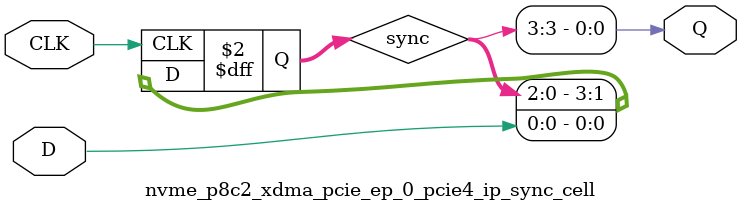
<source format=v>

`timescale 1ps / 1ps

(* DowngradeIPIdentifiedWarnings = "yes" *)
module nvme_p8c2_xdma_pcie_ep_0_pcie4_ip_sync_cell #
(
    parameter integer STAGE = 3
)
(
    //-------------------------------------------------------------------------- 
    //  Input Ports
    //-------------------------------------------------------------------------- 
    input                               CLK,
    input                               D,
    
    //-------------------------------------------------------------------------- 
    //  Output Ports
    //-------------------------------------------------------------------------- 
    output                              Q
);
    //-------------------------------------------------------------------------- 
    //  Synchronized Signals
    //--------------------------------------------------------------------------  
    (* ASYNC_REG = "TRUE", SHIFT_EXTRACT = "NO" *) reg [STAGE:0] sync;                                                            



//--------------------------------------------------------------------------------------------------
//  Synchronizier
//--------------------------------------------------------------------------------------------------
always @ (posedge CLK)
begin

    sync <= {sync[(STAGE-1):0], D};
            
end   



//--------------------------------------------------------------------------------------------------
//  Generate Output
//--------------------------------------------------------------------------------------------------
assign Q = sync[STAGE];



endmodule

</source>
